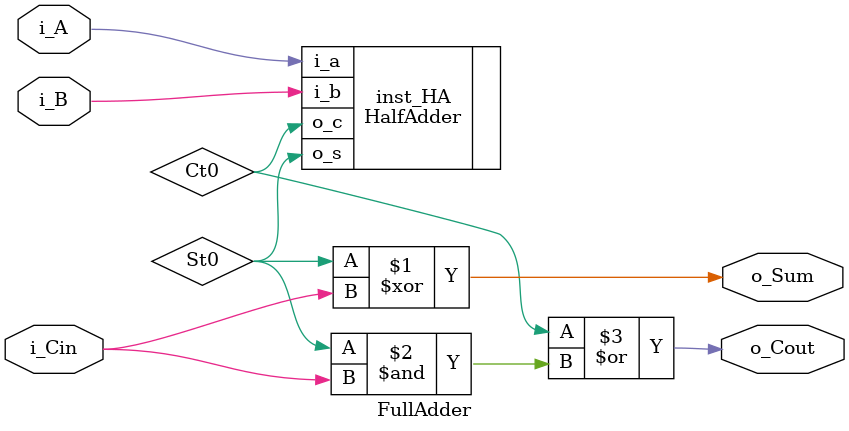
<source format=v>
module FullAdder(
    //input
    input wire i_A,
    input wire i_B,
    input wire i_Cin,
    //output
    output wire o_Cout,
    output wire o_Sum
);

wire Ct0, St0;

HalfAdder inst_HA (
    .i_a(i_A),
    .i_b(i_B),
    .o_c(Ct0),
    .o_s(St0)
);

assign o_Sum = St0 ^ i_Cin; //Sum
assign o_Cout = Ct0 | (St0 & i_Cin); //Carry

endmodule
</source>
